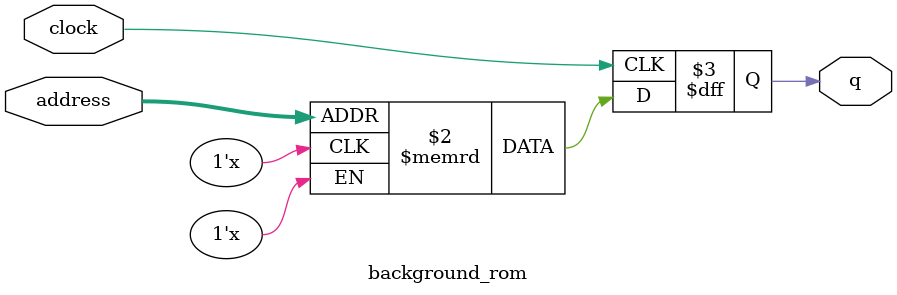
<source format=sv>
module background_rom (
	input logic clock,
	input logic [16:0] address,
	output logic q
);

logic memory [0:76799] /* synthesis ram_init_file = "./background/background.mif" */;
//[3:0]
always_ff @ (posedge clock) begin
	q <= memory[address];
end

endmodule

</source>
